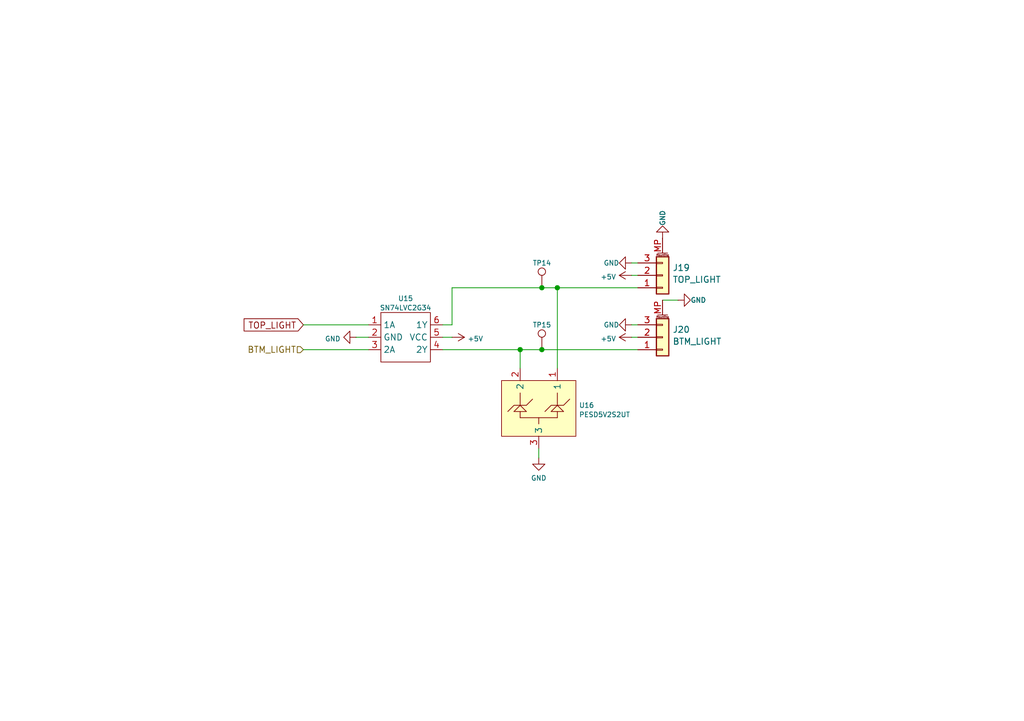
<source format=kicad_sch>
(kicad_sch
	(version 20231120)
	(generator "eeschema")
	(generator_version "8.0")
	(uuid "c6676689-ff1a-4096-bb5e-b2c5e12e3ed9")
	(paper "A5")
	(title_block
		(title "LumenPnP Motherboard")
		(date "2023-07-30")
		(rev "005")
		(company "Opulo")
		(comment 1 "Camera Light")
	)
	(lib_symbols
		(symbol "Connector:TestPoint"
			(pin_numbers hide)
			(pin_names
				(offset 0.762) hide)
			(exclude_from_sim no)
			(in_bom yes)
			(on_board yes)
			(property "Reference" "TP"
				(at 0 6.858 0)
				(effects
					(font
						(size 1.27 1.27)
					)
				)
			)
			(property "Value" "TestPoint"
				(at 0 5.08 0)
				(effects
					(font
						(size 1.27 1.27)
					)
				)
			)
			(property "Footprint" ""
				(at 5.08 0 0)
				(effects
					(font
						(size 1.27 1.27)
					)
					(hide yes)
				)
			)
			(property "Datasheet" "~"
				(at 5.08 0 0)
				(effects
					(font
						(size 1.27 1.27)
					)
					(hide yes)
				)
			)
			(property "Description" "test point"
				(at 0 0 0)
				(effects
					(font
						(size 1.27 1.27)
					)
					(hide yes)
				)
			)
			(property "ki_keywords" "test point tp"
				(at 0 0 0)
				(effects
					(font
						(size 1.27 1.27)
					)
					(hide yes)
				)
			)
			(property "ki_fp_filters" "Pin* Test*"
				(at 0 0 0)
				(effects
					(font
						(size 1.27 1.27)
					)
					(hide yes)
				)
			)
			(symbol "TestPoint_0_1"
				(circle
					(center 0 3.302)
					(radius 0.762)
					(stroke
						(width 0)
						(type default)
					)
					(fill
						(type none)
					)
				)
			)
			(symbol "TestPoint_1_1"
				(pin passive line
					(at 0 0 90)
					(length 2.54)
					(name "1"
						(effects
							(font
								(size 1.27 1.27)
							)
						)
					)
					(number "1"
						(effects
							(font
								(size 1.27 1.27)
							)
						)
					)
				)
			)
		)
		(symbol "Connector_Generic_MountingPin:Conn_01x03_MountingPin"
			(pin_names
				(offset 1.016) hide)
			(exclude_from_sim no)
			(in_bom yes)
			(on_board yes)
			(property "Reference" "J"
				(at 0 5.08 0)
				(effects
					(font
						(size 1.27 1.27)
					)
				)
			)
			(property "Value" "Conn_01x03_MountingPin"
				(at 1.27 -5.08 0)
				(effects
					(font
						(size 1.27 1.27)
					)
					(justify left)
				)
			)
			(property "Footprint" ""
				(at 0 0 0)
				(effects
					(font
						(size 1.27 1.27)
					)
					(hide yes)
				)
			)
			(property "Datasheet" "~"
				(at 0 0 0)
				(effects
					(font
						(size 1.27 1.27)
					)
					(hide yes)
				)
			)
			(property "Description" "Generic connectable mounting pin connector, single row, 01x03, script generated (kicad-library-utils/schlib/autogen/connector/)"
				(at 0 0 0)
				(effects
					(font
						(size 1.27 1.27)
					)
					(hide yes)
				)
			)
			(property "ki_keywords" "connector"
				(at 0 0 0)
				(effects
					(font
						(size 1.27 1.27)
					)
					(hide yes)
				)
			)
			(property "ki_fp_filters" "Connector*:*_1x??-1MP*"
				(at 0 0 0)
				(effects
					(font
						(size 1.27 1.27)
					)
					(hide yes)
				)
			)
			(symbol "Conn_01x03_MountingPin_1_1"
				(rectangle
					(start -1.27 -2.413)
					(end 0 -2.667)
					(stroke
						(width 0.1524)
						(type default)
					)
					(fill
						(type none)
					)
				)
				(rectangle
					(start -1.27 0.127)
					(end 0 -0.127)
					(stroke
						(width 0.1524)
						(type default)
					)
					(fill
						(type none)
					)
				)
				(rectangle
					(start -1.27 2.667)
					(end 0 2.413)
					(stroke
						(width 0.1524)
						(type default)
					)
					(fill
						(type none)
					)
				)
				(rectangle
					(start -1.27 3.81)
					(end 1.27 -3.81)
					(stroke
						(width 0.254)
						(type default)
					)
					(fill
						(type background)
					)
				)
				(polyline
					(pts
						(xy -1.016 -4.572) (xy 1.016 -4.572)
					)
					(stroke
						(width 0.1524)
						(type default)
					)
					(fill
						(type none)
					)
				)
				(text "Mounting"
					(at 0 -4.191 0)
					(effects
						(font
							(size 0.381 0.381)
						)
					)
				)
				(pin passive line
					(at -5.08 2.54 0)
					(length 3.81)
					(name "Pin_1"
						(effects
							(font
								(size 1.27 1.27)
							)
						)
					)
					(number "1"
						(effects
							(font
								(size 1.27 1.27)
							)
						)
					)
				)
				(pin passive line
					(at -5.08 0 0)
					(length 3.81)
					(name "Pin_2"
						(effects
							(font
								(size 1.27 1.27)
							)
						)
					)
					(number "2"
						(effects
							(font
								(size 1.27 1.27)
							)
						)
					)
				)
				(pin passive line
					(at -5.08 -2.54 0)
					(length 3.81)
					(name "Pin_3"
						(effects
							(font
								(size 1.27 1.27)
							)
						)
					)
					(number "3"
						(effects
							(font
								(size 1.27 1.27)
							)
						)
					)
				)
				(pin passive line
					(at 0 -7.62 90)
					(length 3.048)
					(name "MountPin"
						(effects
							(font
								(size 1.27 1.27)
							)
						)
					)
					(number "MP"
						(effects
							(font
								(size 1.27 1.27)
							)
						)
					)
				)
			)
		)
		(symbol "index:PESD24VS2UT"
			(exclude_from_sim no)
			(in_bom yes)
			(on_board yes)
			(property "Reference" "U"
				(at -3.81 -8.89 0)
				(effects
					(font
						(size 1.27 1.27)
					)
				)
			)
			(property "Value" "PESD24VS2UT"
				(at 1.27 8.89 0)
				(effects
					(font
						(size 1.27 1.27)
					)
				)
			)
			(property "Footprint" ""
				(at 0 0 0)
				(effects
					(font
						(size 1.27 1.27)
					)
					(hide yes)
				)
			)
			(property "Datasheet" ""
				(at 0 0 0)
				(effects
					(font
						(size 1.27 1.27)
					)
					(hide yes)
				)
			)
			(property "Description" ""
				(at 0 0 0)
				(effects
					(font
						(size 1.27 1.27)
					)
					(hide yes)
				)
			)
			(symbol "PESD24VS2UT_1_1"
				(rectangle
					(start -5.08 7.62)
					(end 6.35 -7.62)
					(stroke
						(width 0)
						(type default)
					)
					(fill
						(type background)
					)
				)
				(polyline
					(pts
						(xy 0 -3.81) (xy -2.54 -3.81)
					)
					(stroke
						(width 0)
						(type default)
					)
					(fill
						(type none)
					)
				)
				(polyline
					(pts
						(xy 0 3.81) (xy -2.54 3.81)
					)
					(stroke
						(width 0)
						(type default)
					)
					(fill
						(type none)
					)
				)
				(polyline
					(pts
						(xy 1.27 -2.54) (xy 1.27 -5.08)
					)
					(stroke
						(width 0)
						(type default)
					)
					(fill
						(type none)
					)
				)
				(polyline
					(pts
						(xy 1.27 5.08) (xy 1.27 2.54)
					)
					(stroke
						(width 0)
						(type default)
					)
					(fill
						(type none)
					)
				)
				(polyline
					(pts
						(xy 2.54 -3.81) (xy 1.27 -3.81)
					)
					(stroke
						(width 0)
						(type default)
					)
					(fill
						(type none)
					)
				)
				(polyline
					(pts
						(xy 2.54 0) (xy 3.81 0)
					)
					(stroke
						(width 0)
						(type default)
					)
					(fill
						(type none)
					)
				)
				(polyline
					(pts
						(xy 2.54 3.81) (xy 1.27 3.81)
					)
					(stroke
						(width 0)
						(type default)
					)
					(fill
						(type none)
					)
				)
				(polyline
					(pts
						(xy 2.54 3.81) (xy 2.54 -3.81)
					)
					(stroke
						(width 0)
						(type default)
					)
					(fill
						(type none)
					)
				)
				(polyline
					(pts
						(xy 1.27 -2.54) (xy 0 -3.81) (xy 1.27 -5.08)
					)
					(stroke
						(width 0)
						(type default)
					)
					(fill
						(type none)
					)
				)
				(polyline
					(pts
						(xy 1.27 2.54) (xy 0 3.81) (xy 1.27 5.08)
					)
					(stroke
						(width 0)
						(type default)
					)
					(fill
						(type none)
					)
				)
				(polyline
					(pts
						(xy -1.27 -1.27) (xy 0 -2.54) (xy 0 -5.08) (xy 1.27 -6.35)
					)
					(stroke
						(width 0)
						(type default)
					)
					(fill
						(type none)
					)
				)
				(polyline
					(pts
						(xy -1.27 6.35) (xy 0 5.08) (xy 0 2.54) (xy 1.27 1.27)
					)
					(stroke
						(width 0)
						(type default)
					)
					(fill
						(type none)
					)
				)
				(pin free line
					(at -7.62 3.81 0)
					(length 2.54)
					(name "1"
						(effects
							(font
								(size 1.27 1.27)
							)
						)
					)
					(number "1"
						(effects
							(font
								(size 1.27 1.27)
							)
						)
					)
				)
				(pin free line
					(at -7.62 -3.81 0)
					(length 2.54)
					(name "2"
						(effects
							(font
								(size 1.27 1.27)
							)
						)
					)
					(number "2"
						(effects
							(font
								(size 1.27 1.27)
							)
						)
					)
				)
				(pin free line
					(at 8.89 0 180)
					(length 2.54)
					(name "3"
						(effects
							(font
								(size 1.27 1.27)
							)
						)
					)
					(number "3"
						(effects
							(font
								(size 1.27 1.27)
							)
						)
					)
				)
			)
		)
		(symbol "index:SN74LVC2G34"
			(exclude_from_sim no)
			(in_bom yes)
			(on_board yes)
			(property "Reference" "U"
				(at 0 -3.81 0)
				(effects
					(font
						(size 1.27 1.27)
					)
				)
			)
			(property "Value" "SN74LVC2G34"
				(at 0 -1.27 0)
				(effects
					(font
						(size 1.27 1.27)
					)
				)
			)
			(property "Footprint" ""
				(at 0 0 0)
				(effects
					(font
						(size 1.27 1.27)
					)
					(hide yes)
				)
			)
			(property "Datasheet" ""
				(at 0 0 0)
				(effects
					(font
						(size 1.27 1.27)
					)
					(hide yes)
				)
			)
			(property "Description" ""
				(at 0 0 0)
				(effects
					(font
						(size 1.27 1.27)
					)
					(hide yes)
				)
			)
			(symbol "SN74LVC2G34_0_1"
				(rectangle
					(start -5.08 10.16)
					(end 5.08 0)
					(stroke
						(width 0)
						(type default)
					)
					(fill
						(type none)
					)
				)
			)
			(symbol "SN74LVC2G34_1_1"
				(pin passive line
					(at -7.62 7.62 0)
					(length 2.54)
					(name "1A"
						(effects
							(font
								(size 1.27 1.27)
							)
						)
					)
					(number "1"
						(effects
							(font
								(size 1.27 1.27)
							)
						)
					)
				)
				(pin passive line
					(at -7.62 5.08 0)
					(length 2.54)
					(name "GND"
						(effects
							(font
								(size 1.27 1.27)
							)
						)
					)
					(number "2"
						(effects
							(font
								(size 1.27 1.27)
							)
						)
					)
				)
				(pin passive line
					(at -7.62 2.54 0)
					(length 2.54)
					(name "2A"
						(effects
							(font
								(size 1.27 1.27)
							)
						)
					)
					(number "3"
						(effects
							(font
								(size 1.27 1.27)
							)
						)
					)
				)
				(pin passive line
					(at 7.62 2.54 180)
					(length 2.54)
					(name "2Y"
						(effects
							(font
								(size 1.27 1.27)
							)
						)
					)
					(number "4"
						(effects
							(font
								(size 1.27 1.27)
							)
						)
					)
				)
				(pin passive line
					(at 7.62 5.08 180)
					(length 2.54)
					(name "VCC"
						(effects
							(font
								(size 1.27 1.27)
							)
						)
					)
					(number "5"
						(effects
							(font
								(size 1.27 1.27)
							)
						)
					)
				)
				(pin passive line
					(at 7.62 7.62 180)
					(length 2.54)
					(name "1Y"
						(effects
							(font
								(size 1.27 1.27)
							)
						)
					)
					(number "6"
						(effects
							(font
								(size 1.27 1.27)
							)
						)
					)
				)
			)
		)
		(symbol "power:+5V"
			(power)
			(pin_numbers hide)
			(pin_names
				(offset 0) hide)
			(exclude_from_sim no)
			(in_bom yes)
			(on_board yes)
			(property "Reference" "#PWR"
				(at 0 -3.81 0)
				(effects
					(font
						(size 1.27 1.27)
					)
					(hide yes)
				)
			)
			(property "Value" "+5V"
				(at 0 3.556 0)
				(effects
					(font
						(size 1.27 1.27)
					)
				)
			)
			(property "Footprint" ""
				(at 0 0 0)
				(effects
					(font
						(size 1.27 1.27)
					)
					(hide yes)
				)
			)
			(property "Datasheet" ""
				(at 0 0 0)
				(effects
					(font
						(size 1.27 1.27)
					)
					(hide yes)
				)
			)
			(property "Description" "Power symbol creates a global label with name \"+5V\""
				(at 0 0 0)
				(effects
					(font
						(size 1.27 1.27)
					)
					(hide yes)
				)
			)
			(property "ki_keywords" "global power"
				(at 0 0 0)
				(effects
					(font
						(size 1.27 1.27)
					)
					(hide yes)
				)
			)
			(symbol "+5V_0_1"
				(polyline
					(pts
						(xy -0.762 1.27) (xy 0 2.54)
					)
					(stroke
						(width 0)
						(type default)
					)
					(fill
						(type none)
					)
				)
				(polyline
					(pts
						(xy 0 0) (xy 0 2.54)
					)
					(stroke
						(width 0)
						(type default)
					)
					(fill
						(type none)
					)
				)
				(polyline
					(pts
						(xy 0 2.54) (xy 0.762 1.27)
					)
					(stroke
						(width 0)
						(type default)
					)
					(fill
						(type none)
					)
				)
			)
			(symbol "+5V_1_1"
				(pin power_in line
					(at 0 0 90)
					(length 0)
					(name "~"
						(effects
							(font
								(size 1.27 1.27)
							)
						)
					)
					(number "1"
						(effects
							(font
								(size 1.27 1.27)
							)
						)
					)
				)
			)
		)
		(symbol "power:GND"
			(power)
			(pin_numbers hide)
			(pin_names
				(offset 0) hide)
			(exclude_from_sim no)
			(in_bom yes)
			(on_board yes)
			(property "Reference" "#PWR"
				(at 0 -6.35 0)
				(effects
					(font
						(size 1.27 1.27)
					)
					(hide yes)
				)
			)
			(property "Value" "GND"
				(at 0 -3.81 0)
				(effects
					(font
						(size 1.27 1.27)
					)
				)
			)
			(property "Footprint" ""
				(at 0 0 0)
				(effects
					(font
						(size 1.27 1.27)
					)
					(hide yes)
				)
			)
			(property "Datasheet" ""
				(at 0 0 0)
				(effects
					(font
						(size 1.27 1.27)
					)
					(hide yes)
				)
			)
			(property "Description" "Power symbol creates a global label with name \"GND\" , ground"
				(at 0 0 0)
				(effects
					(font
						(size 1.27 1.27)
					)
					(hide yes)
				)
			)
			(property "ki_keywords" "global power"
				(at 0 0 0)
				(effects
					(font
						(size 1.27 1.27)
					)
					(hide yes)
				)
			)
			(symbol "GND_0_1"
				(polyline
					(pts
						(xy 0 0) (xy 0 -1.27) (xy 1.27 -1.27) (xy 0 -2.54) (xy -1.27 -1.27) (xy 0 -1.27)
					)
					(stroke
						(width 0)
						(type default)
					)
					(fill
						(type none)
					)
				)
			)
			(symbol "GND_1_1"
				(pin power_in line
					(at 0 0 270)
					(length 0)
					(name "~"
						(effects
							(font
								(size 1.27 1.27)
							)
						)
					)
					(number "1"
						(effects
							(font
								(size 1.27 1.27)
							)
						)
					)
				)
			)
		)
	)
	(junction
		(at 106.68 71.755)
		(diameter 0)
		(color 0 0 0 0)
		(uuid "3276f043-29e3-4aca-a490-7b052d136d32")
	)
	(junction
		(at 114.3 59.055)
		(diameter 0)
		(color 0 0 0 0)
		(uuid "841b8f58-4f50-4753-b847-3dbe14c0484a")
	)
	(junction
		(at 111.125 71.755)
		(diameter 0)
		(color 0 0 0 0)
		(uuid "f2c6541c-e28d-4c1e-ac5a-d256d082d37e")
	)
	(junction
		(at 111.125 59.055)
		(diameter 0)
		(color 0 0 0 0)
		(uuid "fd93087d-0709-4d37-a7a7-ef41ad90b8fc")
	)
	(wire
		(pts
			(xy 129.54 69.215) (xy 130.81 69.215)
		)
		(stroke
			(width 0)
			(type default)
		)
		(uuid "032c236f-620c-4696-96f7-2e1a04d73cee")
	)
	(wire
		(pts
			(xy 111.125 59.055) (xy 114.3 59.055)
		)
		(stroke
			(width 0)
			(type default)
		)
		(uuid "05dd8035-ef34-4c24-bd5a-d783170b3142")
	)
	(wire
		(pts
			(xy 92.71 59.055) (xy 111.125 59.055)
		)
		(stroke
			(width 0)
			(type default)
		)
		(uuid "0dd7aae7-4715-470c-93ed-7037b5aeb248")
	)
	(wire
		(pts
			(xy 129.54 56.515) (xy 130.81 56.515)
		)
		(stroke
			(width 0)
			(type default)
		)
		(uuid "22eed842-4d5d-414a-849f-85355b3dec61")
	)
	(wire
		(pts
			(xy 110.49 92.075) (xy 110.49 93.98)
		)
		(stroke
			(width 0)
			(type default)
		)
		(uuid "3c933bd5-70ec-4b83-b6ae-66cd120997f7")
	)
	(wire
		(pts
			(xy 111.125 71.755) (xy 130.81 71.755)
		)
		(stroke
			(width 0)
			(type default)
		)
		(uuid "3e2db683-f357-4194-9ee6-8d0804869c11")
	)
	(wire
		(pts
			(xy 114.3 59.055) (xy 130.81 59.055)
		)
		(stroke
			(width 0)
			(type default)
		)
		(uuid "4fb81522-fc59-43d8-88ca-4a5ee0b95e8b")
	)
	(wire
		(pts
			(xy 129.54 53.975) (xy 130.81 53.975)
		)
		(stroke
			(width 0)
			(type default)
		)
		(uuid "648af41a-5cab-4117-b068-6a1974b53722")
	)
	(wire
		(pts
			(xy 135.89 61.595) (xy 139.065 61.595)
		)
		(stroke
			(width 0)
			(type default)
		)
		(uuid "65417b7b-c9b7-42ce-b8ae-d195b090fd6d")
	)
	(wire
		(pts
			(xy 114.3 59.055) (xy 114.3 75.565)
		)
		(stroke
			(width 0)
			(type default)
		)
		(uuid "7dd128d9-2409-4094-9e82-5706daa16e4d")
	)
	(wire
		(pts
			(xy 62.23 71.755) (xy 75.565 71.755)
		)
		(stroke
			(width 0)
			(type default)
		)
		(uuid "88e5247f-393f-4699-ad78-774571511518")
	)
	(wire
		(pts
			(xy 106.68 71.755) (xy 106.68 75.565)
		)
		(stroke
			(width 0)
			(type default)
		)
		(uuid "a22208c9-2c4e-4609-8a47-f438c3cc73bf")
	)
	(wire
		(pts
			(xy 62.23 66.675) (xy 75.565 66.675)
		)
		(stroke
			(width 0)
			(type default)
		)
		(uuid "bd1c46ca-d95e-415a-8c4b-6f5f743ea667")
	)
	(wire
		(pts
			(xy 92.71 66.675) (xy 92.71 59.055)
		)
		(stroke
			(width 0)
			(type default)
		)
		(uuid "c26393b9-136c-4ffe-a66b-1788407f7d5c")
	)
	(wire
		(pts
			(xy 73.025 69.215) (xy 75.565 69.215)
		)
		(stroke
			(width 0)
			(type default)
		)
		(uuid "c3b17e21-7387-4599-99ee-f6f0247bb21b")
	)
	(wire
		(pts
			(xy 90.805 66.675) (xy 92.71 66.675)
		)
		(stroke
			(width 0)
			(type default)
		)
		(uuid "e441688a-4d6b-4270-b373-fdf1b7df96bd")
	)
	(wire
		(pts
			(xy 90.805 71.755) (xy 106.68 71.755)
		)
		(stroke
			(width 0)
			(type default)
		)
		(uuid "e9fc8d23-6b9a-4ecc-94cd-3271f5f802b8")
	)
	(wire
		(pts
			(xy 129.54 66.675) (xy 130.81 66.675)
		)
		(stroke
			(width 0)
			(type default)
		)
		(uuid "f1badeb5-625b-426b-8275-28842c3e5a26")
	)
	(wire
		(pts
			(xy 106.68 71.755) (xy 111.125 71.755)
		)
		(stroke
			(width 0)
			(type default)
		)
		(uuid "f4af57fc-25e5-4af3-8cb4-c682fa9cc3ab")
	)
	(wire
		(pts
			(xy 90.805 69.215) (xy 92.71 69.215)
		)
		(stroke
			(width 0)
			(type default)
		)
		(uuid "fd439cb7-d883-483e-9d5f-49725859fc9b")
	)
	(global_label "TOP_LIGHT"
		(shape input)
		(at 62.23 66.675 180)
		(fields_autoplaced yes)
		(effects
			(font
				(size 1.27 1.27)
			)
			(justify right)
		)
		(uuid "589694bd-a28c-4211-a235-4dc9d3cdbffb")
		(property "Intersheetrefs" "${INTERSHEET_REFS}"
			(at 50.2417 66.675 0)
			(effects
				(font
					(size 1.27 1.27)
				)
				(justify right)
				(hide yes)
			)
		)
	)
	(hierarchical_label "BTM_LIGHT"
		(shape input)
		(at 62.23 71.755 180)
		(fields_autoplaced yes)
		(effects
			(font
				(size 1.27 1.27)
			)
			(justify right)
		)
		(uuid "4dc5d061-8bef-4ff2-b319-25f8fac2b894")
	)
	(symbol
		(lib_id "power:GND")
		(at 135.89 48.895 180)
		(unit 1)
		(exclude_from_sim no)
		(in_bom yes)
		(on_board yes)
		(dnp no)
		(uuid "28ad0776-5fd9-48eb-ba31-a3627ebaf453")
		(property "Reference" "#PWR0157"
			(at 135.89 42.545 0)
			(effects
				(font
					(size 1 1)
				)
				(hide yes)
			)
		)
		(property "Value" "GND"
			(at 135.89 46.355 90)
			(effects
				(font
					(size 1 1)
				)
				(justify right)
			)
		)
		(property "Footprint" ""
			(at 135.89 48.895 0)
			(effects
				(font
					(size 1 1)
					(color 223 129 255 1)
				)
				(hide yes)
			)
		)
		(property "Datasheet" ""
			(at 135.89 48.895 0)
			(effects
				(font
					(size 1 1)
					(color 223 129 255 1)
				)
				(hide yes)
			)
		)
		(property "Description" "Power symbol creates a global label with name \"GND\" , ground"
			(at 135.89 48.895 0)
			(effects
				(font
					(size 1.27 1.27)
				)
				(hide yes)
			)
		)
		(pin "1"
			(uuid "4e4205b5-943f-44b1-a21f-d72714d09824")
		)
		(instances
			(project "mobo"
				(path "/7255cbd1-8d38-4545-be9a-7fc5488ef942/559adffc-c7f8-4c0c-9367-7aff32990319"
					(reference "#PWR0157")
					(unit 1)
				)
			)
		)
	)
	(symbol
		(lib_id "index:SN74LVC2G34")
		(at 83.185 74.295 0)
		(unit 1)
		(exclude_from_sim no)
		(in_bom yes)
		(on_board yes)
		(dnp no)
		(fields_autoplaced yes)
		(uuid "4804060b-fb8a-4b66-ae54-abe9e44f8120")
		(property "Reference" "U15"
			(at 83.185 61.2521 0)
			(effects
				(font
					(size 1 1)
				)
			)
		)
		(property "Value" "SN74LVC2G34"
			(at 83.185 63.1731 0)
			(effects
				(font
					(size 1 1)
				)
			)
		)
		(property "Footprint" "Package_TO_SOT_SMD:SOT-23-6"
			(at 83.185 74.295 0)
			(effects
				(font
					(size 1 1)
					(color 223 129 255 1)
				)
				(hide yes)
			)
		)
		(property "Datasheet" ""
			(at 83.185 74.295 0)
			(effects
				(font
					(size 1 1)
					(color 223 129 255 1)
				)
				(hide yes)
			)
		)
		(property "Description" ""
			(at 83.185 74.295 0)
			(effects
				(font
					(size 1.27 1.27)
				)
				(hide yes)
			)
		)
		(property "JLCPCB" "C347589"
			(at 83.185 74.295 0)
			(effects
				(font
					(size 1.27 1.27)
				)
				(hide yes)
			)
		)
		(property "LCSC" "C347589"
			(at 83.185 74.295 0)
			(effects
				(font
					(size 1.27 1.27)
				)
				(hide yes)
			)
		)
		(pin "1"
			(uuid "acf9044f-f65f-4eb3-9538-15b9a1df9a5a")
		)
		(pin "2"
			(uuid "778d4942-a9b2-4f74-98ba-2b927c811fbc")
		)
		(pin "3"
			(uuid "4a29e648-50cd-41ed-8929-5e53f3fa9415")
		)
		(pin "4"
			(uuid "201c7d03-fe9b-4fd9-8aa3-df4f6a293ea4")
		)
		(pin "5"
			(uuid "1f29e2d4-2063-44e8-8139-09ebc6b3a07f")
		)
		(pin "6"
			(uuid "200ab9e6-0d25-4680-826b-2eebb730696b")
		)
		(instances
			(project "mobo"
				(path "/7255cbd1-8d38-4545-be9a-7fc5488ef942/559adffc-c7f8-4c0c-9367-7aff32990319"
					(reference "U15")
					(unit 1)
				)
			)
		)
	)
	(symbol
		(lib_id "Connector:TestPoint")
		(at 111.125 71.755 0)
		(unit 1)
		(exclude_from_sim no)
		(in_bom yes)
		(on_board yes)
		(dnp no)
		(uuid "4882ad02-d868-4f84-85fb-b824b510b820")
		(property "Reference" "TP15"
			(at 109.22 66.675 0)
			(effects
				(font
					(size 1 1)
				)
				(justify left)
			)
		)
		(property "Value" "TestPoint"
			(at 112.395 66.675 90)
			(effects
				(font
					(size 1 1)
				)
				(justify left)
				(hide yes)
			)
		)
		(property "Footprint" "TestPoint:TestPoint_Pad_D2.0mm"
			(at 116.205 71.755 0)
			(effects
				(font
					(size 1.27 1.27)
				)
				(hide yes)
			)
		)
		(property "Datasheet" "~"
			(at 116.205 71.755 0)
			(effects
				(font
					(size 1.27 1.27)
				)
				(hide yes)
			)
		)
		(property "Description" "test point"
			(at 111.125 71.755 0)
			(effects
				(font
					(size 1.27 1.27)
				)
				(hide yes)
			)
		)
		(pin "1"
			(uuid "283f282e-925f-42b2-900b-ce9faf42f32c")
		)
		(instances
			(project "mobo"
				(path "/7255cbd1-8d38-4545-be9a-7fc5488ef942/559adffc-c7f8-4c0c-9367-7aff32990319"
					(reference "TP15")
					(unit 1)
				)
			)
		)
	)
	(symbol
		(lib_id "power:GND")
		(at 110.49 93.98 0)
		(unit 1)
		(exclude_from_sim no)
		(in_bom yes)
		(on_board yes)
		(dnp no)
		(fields_autoplaced yes)
		(uuid "50c59936-66ad-47e5-8b8a-edad098142d3")
		(property "Reference" "#PWR0165"
			(at 110.49 100.33 0)
			(effects
				(font
					(size 1 1)
				)
				(hide yes)
			)
		)
		(property "Value" "GND"
			(at 110.49 98.1155 0)
			(effects
				(font
					(size 1 1)
				)
			)
		)
		(property "Footprint" ""
			(at 110.49 93.98 0)
			(effects
				(font
					(size 1 1)
					(color 223 129 255 1)
				)
				(hide yes)
			)
		)
		(property "Datasheet" ""
			(at 110.49 93.98 0)
			(effects
				(font
					(size 1 1)
					(color 223 129 255 1)
				)
				(hide yes)
			)
		)
		(property "Description" "Power symbol creates a global label with name \"GND\" , ground"
			(at 110.49 93.98 0)
			(effects
				(font
					(size 1.27 1.27)
				)
				(hide yes)
			)
		)
		(pin "1"
			(uuid "9d05722f-2436-42f8-964c-a852812daed9")
		)
		(instances
			(project "mobo"
				(path "/7255cbd1-8d38-4545-be9a-7fc5488ef942/559adffc-c7f8-4c0c-9367-7aff32990319"
					(reference "#PWR0165")
					(unit 1)
				)
			)
		)
	)
	(symbol
		(lib_id "power:GND")
		(at 139.065 61.595 90)
		(unit 1)
		(exclude_from_sim no)
		(in_bom yes)
		(on_board yes)
		(dnp no)
		(uuid "7972f395-2003-432b-a6aa-576968a66900")
		(property "Reference" "#PWR0160"
			(at 145.415 61.595 0)
			(effects
				(font
					(size 1 1)
				)
				(hide yes)
			)
		)
		(property "Value" "GND"
			(at 141.605 61.595 90)
			(effects
				(font
					(size 1 1)
				)
				(justify right)
			)
		)
		(property "Footprint" ""
			(at 139.065 61.595 0)
			(effects
				(font
					(size 1 1)
					(color 223 129 255 1)
				)
				(hide yes)
			)
		)
		(property "Datasheet" ""
			(at 139.065 61.595 0)
			(effects
				(font
					(size 1 1)
					(color 223 129 255 1)
				)
				(hide yes)
			)
		)
		(property "Description" "Power symbol creates a global label with name \"GND\" , ground"
			(at 139.065 61.595 0)
			(effects
				(font
					(size 1.27 1.27)
				)
				(hide yes)
			)
		)
		(pin "1"
			(uuid "0d563d92-c625-4cef-8e59-c3f1b923948d")
		)
		(instances
			(project "mobo"
				(path "/7255cbd1-8d38-4545-be9a-7fc5488ef942/559adffc-c7f8-4c0c-9367-7aff32990319"
					(reference "#PWR0160")
					(unit 1)
				)
			)
		)
	)
	(symbol
		(lib_id "power:GND")
		(at 73.025 69.215 270)
		(unit 1)
		(exclude_from_sim no)
		(in_bom yes)
		(on_board yes)
		(dnp no)
		(fields_autoplaced yes)
		(uuid "8289fa69-a09e-4305-b21a-a9a384dadf9d")
		(property "Reference" "#PWR0162"
			(at 66.675 69.215 0)
			(effects
				(font
					(size 1 1)
				)
				(hide yes)
			)
		)
		(property "Value" "GND"
			(at 69.8501 69.5318 90)
			(effects
				(font
					(size 1 1)
				)
				(justify right)
			)
		)
		(property "Footprint" ""
			(at 73.025 69.215 0)
			(effects
				(font
					(size 1 1)
					(color 223 129 255 1)
				)
				(hide yes)
			)
		)
		(property "Datasheet" ""
			(at 73.025 69.215 0)
			(effects
				(font
					(size 1 1)
					(color 223 129 255 1)
				)
				(hide yes)
			)
		)
		(property "Description" "Power symbol creates a global label with name \"GND\" , ground"
			(at 73.025 69.215 0)
			(effects
				(font
					(size 1.27 1.27)
				)
				(hide yes)
			)
		)
		(pin "1"
			(uuid "6f39af76-405c-4df8-afe2-0516a3a83e2a")
		)
		(instances
			(project "mobo"
				(path "/7255cbd1-8d38-4545-be9a-7fc5488ef942/559adffc-c7f8-4c0c-9367-7aff32990319"
					(reference "#PWR0162")
					(unit 1)
				)
			)
		)
	)
	(symbol
		(lib_id "power:+5V")
		(at 92.71 69.215 270)
		(unit 1)
		(exclude_from_sim no)
		(in_bom yes)
		(on_board yes)
		(dnp no)
		(fields_autoplaced yes)
		(uuid "8b472015-04a5-47b2-9b65-e5d03b024e4b")
		(property "Reference" "#PWR0163"
			(at 88.9 69.215 0)
			(effects
				(font
					(size 1 1)
				)
				(hide yes)
			)
		)
		(property "Value" "+5V"
			(at 95.885 69.5318 90)
			(effects
				(font
					(size 1 1)
				)
				(justify left)
			)
		)
		(property "Footprint" ""
			(at 92.71 69.215 0)
			(effects
				(font
					(size 1 1)
					(color 223 129 255 1)
				)
				(hide yes)
			)
		)
		(property "Datasheet" ""
			(at 92.71 69.215 0)
			(effects
				(font
					(size 1 1)
					(color 223 129 255 1)
				)
				(hide yes)
			)
		)
		(property "Description" "Power symbol creates a global label with name \"+5V\""
			(at 92.71 69.215 0)
			(effects
				(font
					(size 1.27 1.27)
				)
				(hide yes)
			)
		)
		(pin "1"
			(uuid "e4a1f442-a7c7-40dc-af4b-53ebd5c1f050")
		)
		(instances
			(project "mobo"
				(path "/7255cbd1-8d38-4545-be9a-7fc5488ef942/559adffc-c7f8-4c0c-9367-7aff32990319"
					(reference "#PWR0163")
					(unit 1)
				)
			)
		)
	)
	(symbol
		(lib_id "power:+5V")
		(at 129.54 56.515 90)
		(unit 1)
		(exclude_from_sim no)
		(in_bom yes)
		(on_board yes)
		(dnp no)
		(fields_autoplaced yes)
		(uuid "970f20a9-009b-4d84-8a43-6625ffec407c")
		(property "Reference" "#PWR0159"
			(at 133.35 56.515 0)
			(effects
				(font
					(size 1 1)
				)
				(hide yes)
			)
		)
		(property "Value" "+5V"
			(at 126.3651 56.8318 90)
			(effects
				(font
					(size 1 1)
				)
				(justify left)
			)
		)
		(property "Footprint" ""
			(at 129.54 56.515 0)
			(effects
				(font
					(size 1 1)
					(color 223 129 255 1)
				)
				(hide yes)
			)
		)
		(property "Datasheet" ""
			(at 129.54 56.515 0)
			(effects
				(font
					(size 1 1)
					(color 223 129 255 1)
				)
				(hide yes)
			)
		)
		(property "Description" "Power symbol creates a global label with name \"+5V\""
			(at 129.54 56.515 0)
			(effects
				(font
					(size 1.27 1.27)
				)
				(hide yes)
			)
		)
		(pin "1"
			(uuid "66703b34-e986-4004-82b2-560f0a19d67f")
		)
		(instances
			(project "mobo"
				(path "/7255cbd1-8d38-4545-be9a-7fc5488ef942/559adffc-c7f8-4c0c-9367-7aff32990319"
					(reference "#PWR0159")
					(unit 1)
				)
			)
		)
	)
	(symbol
		(lib_id "power:GND")
		(at 129.54 53.975 270)
		(unit 1)
		(exclude_from_sim no)
		(in_bom yes)
		(on_board yes)
		(dnp no)
		(uuid "9977a093-507a-456a-9678-f21dee70ce03")
		(property "Reference" "#PWR0158"
			(at 123.19 53.975 0)
			(effects
				(font
					(size 1 1)
				)
				(hide yes)
			)
		)
		(property "Value" "GND"
			(at 127 53.975 90)
			(effects
				(font
					(size 1 1)
				)
				(justify right)
			)
		)
		(property "Footprint" ""
			(at 129.54 53.975 0)
			(effects
				(font
					(size 1 1)
					(color 223 129 255 1)
				)
				(hide yes)
			)
		)
		(property "Datasheet" ""
			(at 129.54 53.975 0)
			(effects
				(font
					(size 1 1)
					(color 223 129 255 1)
				)
				(hide yes)
			)
		)
		(property "Description" "Power symbol creates a global label with name \"GND\" , ground"
			(at 129.54 53.975 0)
			(effects
				(font
					(size 1.27 1.27)
				)
				(hide yes)
			)
		)
		(pin "1"
			(uuid "1571305c-b96d-4094-b439-adf62a49f0aa")
		)
		(instances
			(project "mobo"
				(path "/7255cbd1-8d38-4545-be9a-7fc5488ef942/559adffc-c7f8-4c0c-9367-7aff32990319"
					(reference "#PWR0158")
					(unit 1)
				)
			)
		)
	)
	(symbol
		(lib_id "Connector:TestPoint")
		(at 111.125 59.055 0)
		(unit 1)
		(exclude_from_sim no)
		(in_bom yes)
		(on_board yes)
		(dnp no)
		(uuid "b921753e-04b4-418c-a5d0-6c4b4e281c9d")
		(property "Reference" "TP14"
			(at 109.22 53.975 0)
			(effects
				(font
					(size 1 1)
				)
				(justify left)
			)
		)
		(property "Value" "TestPoint"
			(at 112.395 53.975 90)
			(effects
				(font
					(size 1 1)
				)
				(justify left)
				(hide yes)
			)
		)
		(property "Footprint" "TestPoint:TestPoint_Pad_D2.0mm"
			(at 116.205 59.055 0)
			(effects
				(font
					(size 1.27 1.27)
				)
				(hide yes)
			)
		)
		(property "Datasheet" "~"
			(at 116.205 59.055 0)
			(effects
				(font
					(size 1.27 1.27)
				)
				(hide yes)
			)
		)
		(property "Description" "test point"
			(at 111.125 59.055 0)
			(effects
				(font
					(size 1.27 1.27)
				)
				(hide yes)
			)
		)
		(pin "1"
			(uuid "2ac9577b-0654-49c0-89da-fd8e634f07aa")
		)
		(instances
			(project "mobo"
				(path "/7255cbd1-8d38-4545-be9a-7fc5488ef942/559adffc-c7f8-4c0c-9367-7aff32990319"
					(reference "TP14")
					(unit 1)
				)
			)
		)
	)
	(symbol
		(lib_id "Connector_Generic_MountingPin:Conn_01x03_MountingPin")
		(at 135.89 56.515 0)
		(mirror x)
		(unit 1)
		(exclude_from_sim no)
		(in_bom yes)
		(on_board yes)
		(dnp no)
		(fields_autoplaced yes)
		(uuid "c5e8d481-010d-43cb-bbee-192bd80c063a")
		(property "Reference" "J19"
			(at 137.922 54.9473 0)
			(effects
				(font
					(size 1.27 1.27)
				)
				(justify left)
			)
		)
		(property "Value" "TOP_LIGHT"
			(at 137.922 57.3715 0)
			(effects
				(font
					(size 1.27 1.27)
				)
				(justify left)
			)
		)
		(property "Footprint" "Connector_JST:JST_PH_B3B-PH-SM4-TB_1x03-1MP_P2.00mm_Vertical"
			(at 135.89 56.515 0)
			(effects
				(font
					(size 1.27 1.27)
				)
				(hide yes)
			)
		)
		(property "Datasheet" "~"
			(at 135.89 56.515 0)
			(effects
				(font
					(size 1.27 1.27)
				)
				(hide yes)
			)
		)
		(property "Description" "Generic connectable mounting pin connector, single row, 01x03, script generated (kicad-library-utils/schlib/autogen/connector/)"
			(at 135.89 56.515 0)
			(effects
				(font
					(size 1.27 1.27)
				)
				(hide yes)
			)
		)
		(property "JLCPCB" "C146054"
			(at 135.89 56.515 0)
			(effects
				(font
					(size 1.27 1.27)
				)
				(hide yes)
			)
		)
		(property "LCSC" "C2829151"
			(at 135.89 56.515 0)
			(effects
				(font
					(size 1.27 1.27)
				)
				(hide yes)
			)
		)
		(pin "3"
			(uuid "b90817da-0641-483e-9ea2-c8328f1eb581")
		)
		(pin "MP"
			(uuid "741e2e2e-f149-4b7f-b8a9-128d6c22c6f1")
		)
		(pin "1"
			(uuid "33c964a5-927c-41aa-9bb5-49e5d6f29ca0")
		)
		(pin "2"
			(uuid "30b32639-efc8-4cb8-b76f-300d1e57d263")
		)
		(instances
			(project "mobo"
				(path "/7255cbd1-8d38-4545-be9a-7fc5488ef942/559adffc-c7f8-4c0c-9367-7aff32990319"
					(reference "J19")
					(unit 1)
				)
			)
		)
	)
	(symbol
		(lib_id "Connector_Generic_MountingPin:Conn_01x03_MountingPin")
		(at 135.89 69.215 0)
		(mirror x)
		(unit 1)
		(exclude_from_sim no)
		(in_bom yes)
		(on_board yes)
		(dnp no)
		(fields_autoplaced yes)
		(uuid "cae4eeed-95d2-44a4-ba9f-d77f798ee257")
		(property "Reference" "J20"
			(at 137.922 67.6473 0)
			(effects
				(font
					(size 1.27 1.27)
				)
				(justify left)
			)
		)
		(property "Value" "BTM_LIGHT"
			(at 137.922 70.0715 0)
			(effects
				(font
					(size 1.27 1.27)
				)
				(justify left)
			)
		)
		(property "Footprint" "Connector_JST:JST_PH_B3B-PH-SM4-TB_1x03-1MP_P2.00mm_Vertical"
			(at 135.89 69.215 0)
			(effects
				(font
					(size 1.27 1.27)
				)
				(hide yes)
			)
		)
		(property "Datasheet" "~"
			(at 135.89 69.215 0)
			(effects
				(font
					(size 1.27 1.27)
				)
				(hide yes)
			)
		)
		(property "Description" "Generic connectable mounting pin connector, single row, 01x03, script generated (kicad-library-utils/schlib/autogen/connector/)"
			(at 135.89 69.215 0)
			(effects
				(font
					(size 1.27 1.27)
				)
				(hide yes)
			)
		)
		(property "JLCPCB" "C146054"
			(at 135.89 69.215 0)
			(effects
				(font
					(size 1.27 1.27)
				)
				(hide yes)
			)
		)
		(property "LCSC" "C2829151"
			(at 135.89 69.215 0)
			(effects
				(font
					(size 1.27 1.27)
				)
				(hide yes)
			)
		)
		(pin "3"
			(uuid "0d5a1321-7afe-4823-9fe5-c08bc28f5193")
		)
		(pin "MP"
			(uuid "e74a6fb0-be5c-4b36-8287-f6f840545a09")
		)
		(pin "1"
			(uuid "c0ddfbab-613b-4123-b449-5e94dee19d6f")
		)
		(pin "2"
			(uuid "09effb62-d26f-45af-bb22-6a3c34d7e252")
		)
		(instances
			(project "mobo"
				(path "/7255cbd1-8d38-4545-be9a-7fc5488ef942/559adffc-c7f8-4c0c-9367-7aff32990319"
					(reference "J20")
					(unit 1)
				)
			)
		)
	)
	(symbol
		(lib_id "power:GND")
		(at 129.54 66.675 270)
		(unit 1)
		(exclude_from_sim no)
		(in_bom yes)
		(on_board yes)
		(dnp no)
		(uuid "dfee377f-b94f-4a72-a96d-6434cf139ccb")
		(property "Reference" "#PWR0161"
			(at 123.19 66.675 0)
			(effects
				(font
					(size 1 1)
				)
				(hide yes)
			)
		)
		(property "Value" "GND"
			(at 127 66.675 90)
			(effects
				(font
					(size 1 1)
				)
				(justify right)
			)
		)
		(property "Footprint" ""
			(at 129.54 66.675 0)
			(effects
				(font
					(size 1 1)
					(color 223 129 255 1)
				)
				(hide yes)
			)
		)
		(property "Datasheet" ""
			(at 129.54 66.675 0)
			(effects
				(font
					(size 1 1)
					(color 223 129 255 1)
				)
				(hide yes)
			)
		)
		(property "Description" "Power symbol creates a global label with name \"GND\" , ground"
			(at 129.54 66.675 0)
			(effects
				(font
					(size 1.27 1.27)
				)
				(hide yes)
			)
		)
		(pin "1"
			(uuid "e1cc63f5-3c6b-453d-8691-3fdc9a933873")
		)
		(instances
			(project "mobo"
				(path "/7255cbd1-8d38-4545-be9a-7fc5488ef942/559adffc-c7f8-4c0c-9367-7aff32990319"
					(reference "#PWR0161")
					(unit 1)
				)
			)
		)
	)
	(symbol
		(lib_id "power:+5V")
		(at 129.54 69.215 90)
		(unit 1)
		(exclude_from_sim no)
		(in_bom yes)
		(on_board yes)
		(dnp no)
		(fields_autoplaced yes)
		(uuid "ed86b601-b303-440d-b2a4-eea5af327483")
		(property "Reference" "#PWR0164"
			(at 133.35 69.215 0)
			(effects
				(font
					(size 1 1)
				)
				(hide yes)
			)
		)
		(property "Value" "+5V"
			(at 126.3651 69.5318 90)
			(effects
				(font
					(size 1 1)
				)
				(justify left)
			)
		)
		(property "Footprint" ""
			(at 129.54 69.215 0)
			(effects
				(font
					(size 1 1)
					(color 223 129 255 1)
				)
				(hide yes)
			)
		)
		(property "Datasheet" ""
			(at 129.54 69.215 0)
			(effects
				(font
					(size 1 1)
					(color 223 129 255 1)
				)
				(hide yes)
			)
		)
		(property "Description" "Power symbol creates a global label with name \"+5V\""
			(at 129.54 69.215 0)
			(effects
				(font
					(size 1.27 1.27)
				)
				(hide yes)
			)
		)
		(pin "1"
			(uuid "79739779-6913-4176-b177-e54978531ce9")
		)
		(instances
			(project "mobo"
				(path "/7255cbd1-8d38-4545-be9a-7fc5488ef942/559adffc-c7f8-4c0c-9367-7aff32990319"
					(reference "#PWR0164")
					(unit 1)
				)
			)
		)
	)
	(symbol
		(lib_id "index:PESD24VS2UT")
		(at 110.49 83.185 270)
		(unit 1)
		(exclude_from_sim no)
		(in_bom yes)
		(on_board yes)
		(dnp no)
		(fields_autoplaced yes)
		(uuid "eed565f7-a8a8-4805-8d9d-0acdd2d8ee42")
		(property "Reference" "U16"
			(at 118.745 83.1763 90)
			(effects
				(font
					(size 1 1)
				)
				(justify left)
			)
		)
		(property "Value" "PESD5V2S2UT"
			(at 118.745 85.0973 90)
			(effects
				(font
					(size 1 1)
				)
				(justify left)
			)
		)
		(property "Footprint" "Package_TO_SOT_SMD:SOT-23-3"
			(at 110.49 83.185 0)
			(effects
				(font
					(size 1 1)
					(color 223 129 255 1)
				)
				(hide yes)
			)
		)
		(property "Datasheet" ""
			(at 110.49 83.185 0)
			(effects
				(font
					(size 1 1)
					(color 223 129 255 1)
				)
				(hide yes)
			)
		)
		(property "Description" ""
			(at 110.49 83.185 0)
			(effects
				(font
					(size 1.27 1.27)
				)
				(hide yes)
			)
		)
		(property "JLCPCB" "C2827690"
			(at 110.49 83.185 0)
			(effects
				(font
					(size 1.27 1.27)
				)
				(hide yes)
			)
		)
		(property "LCSC" "C2827690"
			(at 110.49 83.185 0)
			(effects
				(font
					(size 1.27 1.27)
				)
				(hide yes)
			)
		)
		(pin "1"
			(uuid "1ee8ca62-9c3c-4908-beed-167eb691c84d")
		)
		(pin "2"
			(uuid "9bca53a2-80ae-4275-a3f4-ed6b4ee5d500")
		)
		(pin "3"
			(uuid "7e1331ad-3441-43b5-9b51-a23666c6ec57")
		)
		(instances
			(project "mobo"
				(path "/7255cbd1-8d38-4545-be9a-7fc5488ef942/559adffc-c7f8-4c0c-9367-7aff32990319"
					(reference "U16")
					(unit 1)
				)
			)
		)
	)
)

</source>
